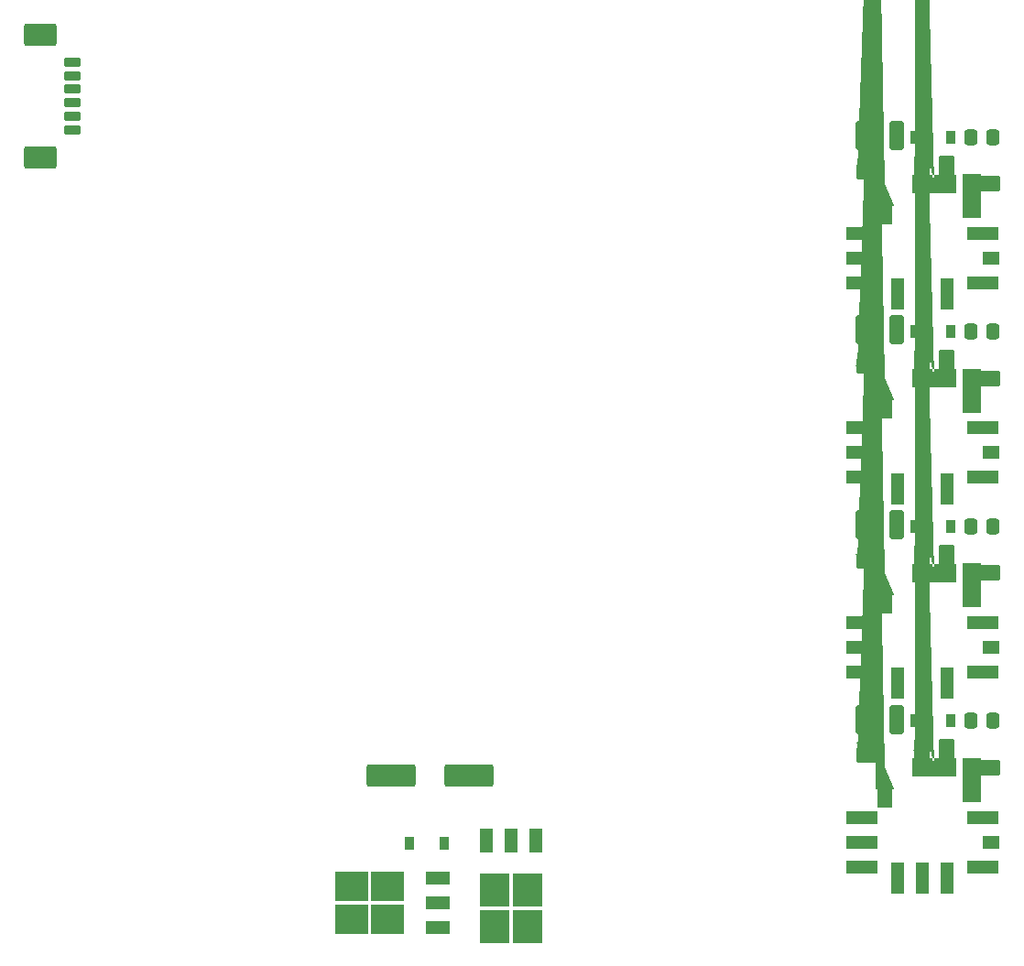
<source format=gtp>
%TF.GenerationSoftware,KiCad,Pcbnew,(6.0.11)*%
%TF.CreationDate,2023-08-03T09:01:04+09:00*%
%TF.ProjectId,power,706f7765-722e-46b6-9963-61645f706362,rev?*%
%TF.SameCoordinates,Original*%
%TF.FileFunction,Paste,Top*%
%TF.FilePolarity,Positive*%
%FSLAX46Y46*%
G04 Gerber Fmt 4.6, Leading zero omitted, Abs format (unit mm)*
G04 Created by KiCad (PCBNEW (6.0.11)) date 2023-08-03 09:01:04*
%MOMM*%
%LPD*%
G01*
G04 APERTURE LIST*
G04 Aperture macros list*
%AMRoundRect*
0 Rectangle with rounded corners*
0 $1 Rounding radius*
0 $2 $3 $4 $5 $6 $7 $8 $9 X,Y pos of 4 corners*
0 Add a 4 corners polygon primitive as box body*
4,1,4,$2,$3,$4,$5,$6,$7,$8,$9,$2,$3,0*
0 Add four circle primitives for the rounded corners*
1,1,$1+$1,$2,$3*
1,1,$1+$1,$4,$5*
1,1,$1+$1,$6,$7*
1,1,$1+$1,$8,$9*
0 Add four rect primitives between the rounded corners*
20,1,$1+$1,$2,$3,$4,$5,0*
20,1,$1+$1,$4,$5,$6,$7,0*
20,1,$1+$1,$6,$7,$8,$9,0*
20,1,$1+$1,$8,$9,$2,$3,0*%
%AMFreePoly0*
4,1,53,0.885000,-2.035000,0.700000,-2.035000,0.700000,-3.665000,0.695106,-3.680063,0.695106,-3.695902,0.685796,-3.708716,0.680902,-3.723779,0.668089,-3.733089,0.658779,-3.745902,0.643716,-3.750796,0.630902,-3.760106,0.615063,-3.760106,0.600000,-3.765000,-0.600000,-3.765000,-0.615063,-3.760106,-0.630902,-3.760106,-0.643716,-3.750796,-0.658779,-3.745902,-0.668089,-3.733089,-0.680902,-3.723779,
-0.685796,-3.708716,-0.695106,-3.695902,-0.695106,-3.680063,-0.700000,-3.665000,-0.700000,-2.035000,-0.885000,-2.035000,-0.885000,0.450000,-2.515000,0.450000,-2.530063,0.454894,-2.545902,0.454894,-2.558716,0.464204,-2.573779,0.469098,-2.583089,0.481911,-2.595902,0.491221,-2.600796,0.506284,-2.610106,0.519098,-2.610106,0.534937,-2.615000,0.550000,-2.615000,1.750000,-2.610106,1.765063,
-2.610106,1.780902,-2.600796,1.793716,-2.595902,1.808779,-2.583089,1.818089,-2.573779,1.830902,-2.558716,1.835796,-2.545902,1.845106,-2.530063,1.845106,-2.515000,1.850000,-0.885000,1.850000,-0.885000,2.035000,0.885000,2.035000,0.885000,-2.035000,0.885000,-2.035000,$1*%
%AMFreePoly1*
4,1,53,-0.534937,2.610106,-0.519098,2.610106,-0.506284,2.600796,-0.491221,2.595902,-0.481911,2.583089,-0.469098,2.573779,-0.464204,2.558716,-0.454894,2.545902,-0.454894,2.530063,-0.450000,2.515000,-0.450000,0.885000,0.450000,0.885000,0.450000,2.515000,0.454894,2.530063,0.454894,2.545902,0.464204,2.558716,0.469098,2.573779,0.481911,2.583089,0.491221,2.595902,0.506284,2.600796,
0.519098,2.610106,0.534937,2.610106,0.550000,2.615000,1.750000,2.615000,1.765063,2.610106,1.780902,2.610106,1.793716,2.600796,1.808779,2.595902,1.818089,2.583089,1.830902,2.573779,1.835796,2.558716,1.845106,2.545902,1.845106,2.530063,1.850000,2.515000,1.850000,0.885000,2.035000,0.885000,2.035000,-0.885000,-2.035000,-0.885000,-2.035000,0.885000,-1.850000,0.885000,
-1.850000,2.515000,-1.845106,2.530063,-1.845106,2.545902,-1.835796,2.558716,-1.830902,2.573779,-1.818089,2.583089,-1.808779,2.595902,-1.793716,2.600796,-1.780902,2.610106,-1.765063,2.610106,-1.750000,2.615000,-0.550000,2.615000,-0.534937,2.610106,-0.534937,2.610106,$1*%
%AMFreePoly2*
4,1,29,0.885000,1.850000,2.515000,1.850000,2.530063,1.845106,2.545902,1.845106,2.558716,1.835796,2.573779,1.830902,2.583089,1.818089,2.595902,1.808779,2.600796,1.793716,2.610106,1.780902,2.610106,1.765063,2.615000,1.750000,2.615000,0.550000,2.610106,0.534937,2.610106,0.519098,2.600796,0.506284,2.595902,0.491221,2.583089,0.481911,2.573779,0.469098,2.558716,0.464204,
2.545902,0.454894,2.530063,0.454894,2.515000,0.450000,0.885000,0.450000,0.885000,-2.035000,-0.885000,-2.035000,-0.885000,2.035000,0.885000,2.035000,0.885000,1.850000,0.885000,1.850000,$1*%
G04 Aperture macros list end*
%ADD10RoundRect,0.250000X-0.337500X-0.475000X0.337500X-0.475000X0.337500X0.475000X-0.337500X0.475000X0*%
%ADD11R,0.900000X1.200000*%
%ADD12RoundRect,0.250000X0.412500X1.100000X-0.412500X1.100000X-0.412500X-1.100000X0.412500X-1.100000X0*%
%ADD13RoundRect,0.250001X1.999999X0.799999X-1.999999X0.799999X-1.999999X-0.799999X1.999999X-0.799999X0*%
%ADD14R,3.000000X1.200000*%
%ADD15FreePoly0,270.000000*%
%ADD16FreePoly1,0.000000*%
%ADD17FreePoly2,0.000000*%
%ADD18R,1.200000X3.000000*%
%ADD19R,1.500000X1.200000*%
%ADD20R,3.050000X2.750000*%
%ADD21R,2.200000X1.200000*%
%ADD22R,2.750000X3.050000*%
%ADD23R,1.200000X2.200000*%
%ADD24RoundRect,0.200000X-0.600000X0.200000X-0.600000X-0.200000X0.600000X-0.200000X0.600000X0.200000X0*%
%ADD25RoundRect,0.250001X-1.249999X0.799999X-1.249999X-0.799999X1.249999X-0.799999X1.249999X0.799999X0*%
G04 APERTURE END LIST*
D10*
%TO.C,C17*%
X186412500Y-66750000D03*
X188487500Y-66750000D03*
%TD*%
D11*
%TO.C,D9*%
X181300000Y-120750000D03*
X184600000Y-120750000D03*
%TD*%
D10*
%TO.C,C22*%
X186412500Y-120750000D03*
X188487500Y-120750000D03*
%TD*%
D12*
%TO.C,C15*%
X179612500Y-66600000D03*
X176487500Y-66600000D03*
%TD*%
D10*
%TO.C,C21*%
X186412500Y-102750000D03*
X188487500Y-102750000D03*
%TD*%
D12*
%TO.C,C19*%
X179612500Y-102600000D03*
X176487500Y-102600000D03*
%TD*%
D11*
%TO.C,D6*%
X181300000Y-66800000D03*
X184600000Y-66800000D03*
%TD*%
D13*
%TO.C,C2*%
X140050000Y-125750000D03*
X132850000Y-125750000D03*
%TD*%
D12*
%TO.C,C20*%
X179612500Y-120600000D03*
X176487500Y-120600000D03*
%TD*%
D14*
%TO.C,MD3*%
X176350000Y-111650000D03*
D15*
X178515000Y-107065000D03*
D16*
X183095000Y-107065000D03*
D17*
X186535000Y-108215000D03*
D14*
X187550000Y-111650000D03*
X187550000Y-116230000D03*
D18*
X181950000Y-117250000D03*
X179660000Y-117250000D03*
D14*
X176350000Y-116230000D03*
X176350000Y-113940000D03*
D19*
X188300000Y-113940000D03*
D18*
X184240000Y-117250000D03*
%TD*%
D11*
%TO.C,D8*%
X181300000Y-102750000D03*
X184600000Y-102750000D03*
%TD*%
D14*
%TO.C,MD1*%
X176350000Y-75650000D03*
D15*
X178515000Y-71065000D03*
D16*
X183095000Y-71065000D03*
D17*
X186535000Y-72215000D03*
D14*
X187550000Y-75650000D03*
X187550000Y-80230000D03*
D18*
X181950000Y-81250000D03*
X179660000Y-81250000D03*
D14*
X176350000Y-80230000D03*
X176350000Y-77940000D03*
D19*
X188300000Y-77940000D03*
D18*
X184240000Y-81250000D03*
%TD*%
D11*
%TO.C,D1*%
X137800000Y-132050000D03*
X134500000Y-132050000D03*
%TD*%
D20*
%TO.C,Q1*%
X132525000Y-136025000D03*
X129175000Y-139075000D03*
X129175000Y-136025000D03*
X132525000Y-139075000D03*
D21*
X137150000Y-139830000D03*
X137150000Y-137550000D03*
X137150000Y-135270000D03*
%TD*%
D22*
%TO.C,Q3*%
X145475000Y-136400000D03*
X142425000Y-136400000D03*
X145475000Y-139750000D03*
X142425000Y-139750000D03*
D23*
X146230000Y-131775000D03*
X143950000Y-131775000D03*
X141670000Y-131775000D03*
%TD*%
D14*
%TO.C,MD4*%
X176350000Y-129650000D03*
D15*
X178515000Y-125065000D03*
D16*
X183095000Y-125065000D03*
D17*
X186535000Y-126215000D03*
D14*
X187550000Y-129650000D03*
X187550000Y-134230000D03*
D18*
X181950000Y-135250000D03*
X179660000Y-135250000D03*
D14*
X176350000Y-134230000D03*
X176350000Y-131940000D03*
D19*
X188300000Y-131940000D03*
D18*
X184240000Y-135250000D03*
%TD*%
D11*
%TO.C,D7*%
X181300000Y-84750000D03*
X184600000Y-84750000D03*
%TD*%
D14*
%TO.C,MD2*%
X176350000Y-93650000D03*
D15*
X178515000Y-89065000D03*
D16*
X183095000Y-89065000D03*
D17*
X186535000Y-90215000D03*
D14*
X187550000Y-93650000D03*
X187550000Y-98230000D03*
D18*
X181950000Y-99250000D03*
X179660000Y-99250000D03*
D14*
X176350000Y-98230000D03*
X176350000Y-95940000D03*
D19*
X188300000Y-95940000D03*
D18*
X184240000Y-99250000D03*
%TD*%
D10*
%TO.C,C18*%
X186412500Y-84750000D03*
X188487500Y-84750000D03*
%TD*%
D12*
%TO.C,C16*%
X179612500Y-84600000D03*
X176487500Y-84600000D03*
%TD*%
D24*
%TO.C,J17*%
X103350000Y-59825000D03*
X103350000Y-61075000D03*
X103350000Y-62325000D03*
X103350000Y-63575000D03*
X103350000Y-64825000D03*
X103350000Y-66075000D03*
D25*
X100450000Y-68625000D03*
X100450000Y-57275000D03*
%TD*%
M02*

</source>
